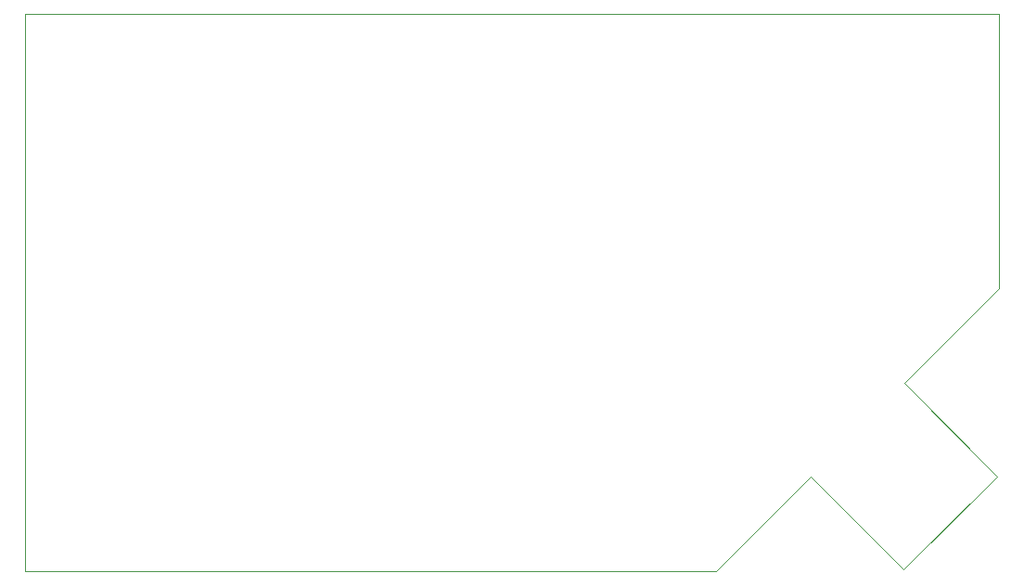
<source format=gm1>
G04 #@! TF.GenerationSoftware,KiCad,Pcbnew,(6.0.1)*
G04 #@! TF.CreationDate,2023-12-15T21:36:30+05:30*
G04 #@! TF.ProjectId,Business card,42757369-6e65-4737-9320-636172642e6b,rev?*
G04 #@! TF.SameCoordinates,Original*
G04 #@! TF.FileFunction,Profile,NP*
%FSLAX46Y46*%
G04 Gerber Fmt 4.6, Leading zero omitted, Abs format (unit mm)*
G04 Created by KiCad (PCBNEW (6.0.1)) date 2023-12-15 21:36:30*
%MOMM*%
%LPD*%
G01*
G04 APERTURE LIST*
G04 #@! TA.AperFunction,Profile*
%ADD10C,0.100000*%
G04 #@! TD*
G04 APERTURE END LIST*
D10*
X102728015Y-92266203D02*
X111220785Y-100737128D01*
X31000000Y-50000000D02*
X119900408Y-50000000D01*
X119754044Y-92224325D02*
X111253375Y-83719595D01*
X102728015Y-92266203D02*
X94100000Y-100900000D01*
X119910499Y-75081626D02*
X119900408Y-50000000D01*
X111253375Y-83719595D02*
X119910499Y-75081626D01*
X111220785Y-100737128D02*
X119754044Y-92224325D01*
X94100000Y-100900000D02*
X30998072Y-100903736D01*
X30998072Y-100903736D02*
X31000000Y-50000000D01*
M02*

</source>
